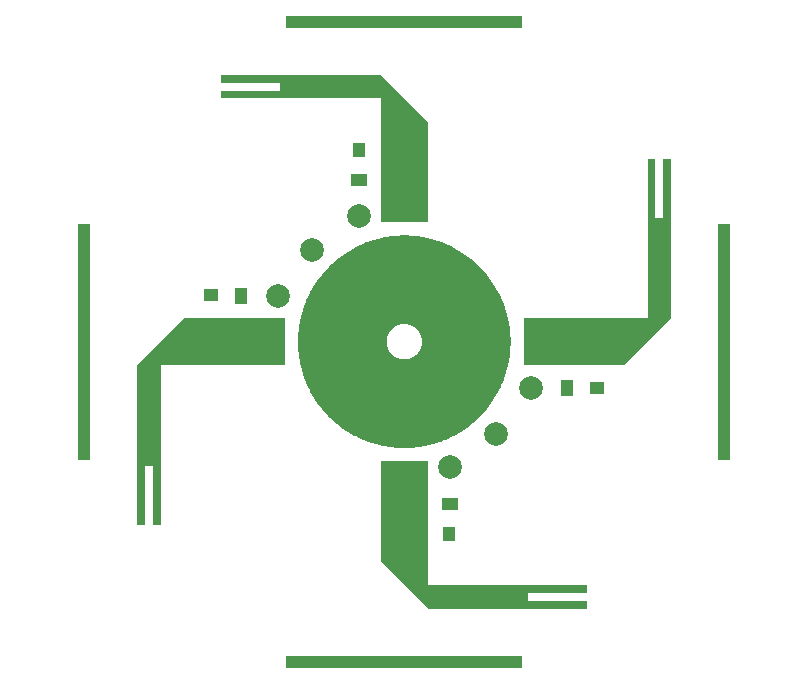
<source format=gbr>
G04 ===== Begin FILE IDENTIFICATION =====*
G04 File Format:  Gerber RS274X*
G04 ===== End FILE IDENTIFICATION =====*
%FSLAX24Y24*%
%MOMM*%
%SFA1.0000B1.0000*%
%OFA0.0B0.0*%
%ADD14R,1.000001X20.000001*%
%ADD15R,20.000001X1.000001*%
%ADD16R,1.300000X1.000001*%
%ADD17R,0.999998X1.400000*%
%ADD18C,2.000001*%
%ADD19R,0.999998X1.300000*%
%ADD20R,1.400002X1.000001*%
%LNTOP_CORRECTED*%
%IPPOS*%
%LPD*%
G75*
D14*
X271000Y0D03*
X-271000Y0D03*
D15*
X0Y-271000D03*
X0Y271000D03*
G36*
G01X219333Y155000D02*
G01Y105000D01*
G01X212667D01*
G01Y155000D01*
G01X206000D01*
G01Y20000D01*
G01X101000D01*
G01Y-20000D01*
G01X186000D01*
G01X226000Y20000D01*
G01Y155000D01*
G01X219333D01*
G37*
G36*
G01X-219333Y-155000D02*
G01Y-105000D01*
G01X-212667D01*
G01Y-155000D01*
G01X-206000D01*
G01Y-20000D01*
G01X-101000D01*
G01Y20000D01*
G01X-186000D01*
G01X-226000Y-20000D01*
G01Y-155000D01*
G01X-219333D01*
G37*
G36*
G01X-90000Y0D02*
G01X-89986Y-1571D01*
G01X-89945Y-3141D01*
G01X-89877Y-4710D01*
G01X-89781Y-6278D01*
G01X-89658Y-7844D01*
G01X-89507Y-9408D01*
G01X-89329Y-10968D01*
G01X-89124Y-12526D01*
G01X-88892Y-14079D01*
G01X-88633Y-15628D01*
G01X-88346Y-17173D01*
G01X-88033Y-18712D01*
G01X-87693Y-20246D01*
G01X-87327Y-21773D01*
G01X-86933Y-23294D01*
G01X-86514Y-24807D01*
G01X-86067Y-26313D01*
G01X-85595Y-27812D01*
G01X-85097Y-29301D01*
G01X-84572Y-30782D01*
G01X-84022Y-32253D01*
G01X-83447Y-33715D01*
G01X-82845Y-35166D01*
G01X-82219Y-36606D01*
G01X-81568Y-38036D01*
G01X-80891Y-39453D01*
G01X-80191Y-40859D01*
G01X-79465Y-42252D01*
G01X-78716Y-43633D01*
G01X-77942Y-45000D01*
G01X-77145Y-46353D01*
G01X-76324Y-47693D01*
G01X-75480Y-49018D01*
G01X-74613Y-50327D01*
G01X-73724Y-51622D01*
G01X-72812Y-52901D01*
G01X-71877Y-54163D01*
G01X-70921Y-55410D01*
G01X-69943Y-56639D01*
G01X-68944Y-57851D01*
G01X-67924Y-59045D01*
G01X-66883Y-60222D01*
G01X-65822Y-61380D01*
G01X-64741Y-62519D01*
G01X-63640Y-63640D01*
G01X-62519Y-64741D01*
G01X-61380Y-65822D01*
G01X-60222Y-66883D01*
G01X-59045Y-67924D01*
G01X-57851Y-68944D01*
G01X-56639Y-69943D01*
G01X-55410Y-70921D01*
G01X-54163Y-71877D01*
G01X-52901Y-72812D01*
G01X-51622Y-73724D01*
G01X-50327Y-74613D01*
G01X-49018Y-75480D01*
G01X-47693Y-76324D01*
G01X-46353Y-77145D01*
G01X-45000Y-77942D01*
G01X-43633Y-78716D01*
G01X-42252Y-79465D01*
G01X-40859Y-80191D01*
G01X-39453Y-80891D01*
G01X-38036Y-81568D01*
G01X-36606Y-82219D01*
G01X-35166Y-82845D01*
G01X-33715Y-83447D01*
G01X-32253Y-84022D01*
G01X-30782Y-84572D01*
G01X-29301Y-85097D01*
G01X-27812Y-85595D01*
G01X-26313Y-86067D01*
G01X-24807Y-86514D01*
G01X-23294Y-86933D01*
G01X-21773Y-87327D01*
G01X-20246Y-87693D01*
G01X-18712Y-88033D01*
G01X-17173Y-88346D01*
G01X-15628Y-88633D01*
G01X-14079Y-88892D01*
G01X-12526Y-89124D01*
G01X-10968Y-89329D01*
G01X-9408Y-89507D01*
G01X-7844Y-89658D01*
G01X-6278Y-89781D01*
G01X-4710Y-89877D01*
G01X-3141Y-89945D01*
G01X-1571Y-89986D01*
G01X0Y-90000D01*
G01X1571Y-89986D01*
G01X3141Y-89945D01*
G01X4710Y-89877D01*
G01X6278Y-89781D01*
G01X7844Y-89658D01*
G01X9408Y-89507D01*
G01X10968Y-89329D01*
G01X12526Y-89124D01*
G01X14079Y-88892D01*
G01X15628Y-88633D01*
G01X17173Y-88346D01*
G01X18712Y-88033D01*
G01X20246Y-87693D01*
G01X21773Y-87327D01*
G01X23294Y-86933D01*
G01X24807Y-86514D01*
G01X26313Y-86067D01*
G01X27812Y-85595D01*
G01X29301Y-85097D01*
G01X30782Y-84572D01*
G01X32253Y-84022D01*
G01X33715Y-83447D01*
G01X35166Y-82845D01*
G01X36606Y-82219D01*
G01X38036Y-81568D01*
G01X39453Y-80891D01*
G01X40859Y-80191D01*
G01X42252Y-79465D01*
G01X43633Y-78716D01*
G01X45000Y-77942D01*
G01X46353Y-77145D01*
G01X47693Y-76324D01*
G01X49018Y-75480D01*
G01X50327Y-74613D01*
G01X51622Y-73724D01*
G01X52901Y-72812D01*
G01X54163Y-71877D01*
G01X55410Y-70921D01*
G01X56639Y-69943D01*
G01X57851Y-68944D01*
G01X59045Y-67924D01*
G01X60222Y-66883D01*
G01X61380Y-65822D01*
G01X62519Y-64741D01*
G01X63640Y-63640D01*
G01X64741Y-62519D01*
G01X65822Y-61380D01*
G01X66883Y-60222D01*
G01X67924Y-59045D01*
G01X68944Y-57851D01*
G01X69943Y-56639D01*
G01X70921Y-55410D01*
G01X71877Y-54163D01*
G01X72812Y-52901D01*
G01X73724Y-51622D01*
G01X74613Y-50327D01*
G01X75480Y-49018D01*
G01X76324Y-47693D01*
G01X77145Y-46353D01*
G01X77942Y-45000D01*
G01X78716Y-43633D01*
G01X79465Y-42252D01*
G01X80191Y-40859D01*
G01X80891Y-39453D01*
G01X81568Y-38036D01*
G01X82219Y-36606D01*
G01X82845Y-35166D01*
G01X83447Y-33715D01*
G01X84022Y-32253D01*
G01X84572Y-30782D01*
G01X85097Y-29301D01*
G01X85595Y-27812D01*
G01X86067Y-26313D01*
G01X86514Y-24807D01*
G01X86933Y-23294D01*
G01X87327Y-21773D01*
G01X87693Y-20246D01*
G01X88033Y-18712D01*
G01X88346Y-17173D01*
G01X88633Y-15628D01*
G01X88892Y-14079D01*
G01X89124Y-12526D01*
G01X89329Y-10968D01*
G01X89507Y-9408D01*
G01X89658Y-7844D01*
G01X89781Y-6278D01*
G01X89877Y-4710D01*
G01X89945Y-3141D01*
G01X89986Y-1571D01*
G01X90000Y0D01*
G01X89986Y1571D01*
G01X89945Y3141D01*
G01X89877Y4710D01*
G01X89781Y6278D01*
G01X89658Y7844D01*
G01X89507Y9408D01*
G01X89329Y10968D01*
G01X89124Y12526D01*
G01X88892Y14079D01*
G01X88633Y15628D01*
G01X88346Y17173D01*
G01X88033Y18712D01*
G01X87693Y20246D01*
G01X87327Y21773D01*
G01X86933Y23294D01*
G01X86514Y24807D01*
G01X86067Y26313D01*
G01X85595Y27812D01*
G01X85097Y29301D01*
G01X84572Y30782D01*
G01X84022Y32253D01*
G01X83447Y33715D01*
G01X82845Y35166D01*
G01X82219Y36606D01*
G01X81568Y38036D01*
G01X80891Y39453D01*
G01X80191Y40859D01*
G01X79465Y42252D01*
G01X78716Y43633D01*
G01X77942Y45000D01*
G01X77145Y46353D01*
G01X76324Y47693D01*
G01X75480Y49018D01*
G01X74613Y50327D01*
G01X73724Y51622D01*
G01X72812Y52901D01*
G01X71877Y54163D01*
G01X70921Y55410D01*
G01X69943Y56639D01*
G01X68944Y57851D01*
G01X67924Y59045D01*
G01X66883Y60222D01*
G01X65822Y61380D01*
G01X64741Y62519D01*
G01X63640Y63640D01*
G01X62519Y64741D01*
G01X61380Y65822D01*
G01X60222Y66883D01*
G01X59045Y67924D01*
G01X57851Y68944D01*
G01X56639Y69943D01*
G01X55410Y70921D01*
G01X54163Y71877D01*
G01X52901Y72812D01*
G01X51622Y73724D01*
G01X50327Y74613D01*
G01X49018Y75480D01*
G01X47693Y76324D01*
G01X46353Y77145D01*
G01X45000Y77942D01*
G01X43633Y78716D01*
G01X42252Y79465D01*
G01X40859Y80191D01*
G01X39453Y80891D01*
G01X38036Y81568D01*
G01X36606Y82219D01*
G01X35166Y82845D01*
G01X33715Y83447D01*
G01X32253Y84022D01*
G01X30782Y84572D01*
G01X29301Y85097D01*
G01X27812Y85595D01*
G01X26313Y86067D01*
G01X24807Y86514D01*
G01X23294Y86933D01*
G01X21773Y87327D01*
G01X20246Y87693D01*
G01X18712Y88033D01*
G01X17173Y88346D01*
G01X15628Y88633D01*
G01X14079Y88892D01*
G01X12526Y89124D01*
G01X10968Y89329D01*
G01X9408Y89507D01*
G01X7844Y89658D01*
G01X6278Y89781D01*
G01X4710Y89877D01*
G01X3141Y89945D01*
G01X1571Y89986D01*
G01X0Y90000D01*
G01Y15000D01*
G01X262Y14998D01*
G01X523Y14991D01*
G01X785Y14979D01*
G01X1046Y14963D01*
G01X1307Y14943D01*
G01X1568Y14918D01*
G01X1828Y14888D01*
G01X2088Y14854D01*
G01X2347Y14815D01*
G01X2605Y14772D01*
G01X2862Y14724D01*
G01X3119Y14672D01*
G01X3374Y14616D01*
G01X3629Y14554D01*
G01X3882Y14489D01*
G01X4135Y14419D01*
G01X4386Y14345D01*
G01X4635Y14266D01*
G01X4884Y14183D01*
G01X5130Y14095D01*
G01X5376Y14004D01*
G01X5619Y13908D01*
G01X5861Y13808D01*
G01X6101Y13703D01*
G01X6339Y13595D01*
G01X6576Y13482D01*
G01X6810Y13365D01*
G01X7042Y13244D01*
G01X7272Y13119D01*
G01X7500Y12990D01*
G01X7726Y12858D01*
G01X7949Y12721D01*
G01X8170Y12580D01*
G01X8388Y12436D01*
G01X8604Y12287D01*
G01X8817Y12135D01*
G01X9027Y11980D01*
G01X9235Y11820D01*
G01X9440Y11657D01*
G01X9642Y11491D01*
G01X9841Y11321D01*
G01X10037Y11147D01*
G01X10230Y10970D01*
G01X10420Y10790D01*
G01X10607Y10607D01*
G01X10790Y10420D01*
G01X10970Y10230D01*
G01X11147Y10037D01*
G01X11321Y9841D01*
G01X11491Y9642D01*
G01X11657Y9440D01*
G01X11820Y9235D01*
G01X11980Y9027D01*
G01X12135Y8817D01*
G01X12287Y8604D01*
G01X12436Y8388D01*
G01X12580Y8170D01*
G01X12721Y7949D01*
G01X12858Y7726D01*
G01X12990Y7500D01*
G01X13119Y7272D01*
G01X13244Y7042D01*
G01X13365Y6810D01*
G01X13482Y6576D01*
G01X13595Y6339D01*
G01X13703Y6101D01*
G01X13808Y5861D01*
G01X13908Y5619D01*
G01X14004Y5376D01*
G01X14095Y5130D01*
G01X14183Y4884D01*
G01X14266Y4635D01*
G01X14345Y4386D01*
G01X14419Y4135D01*
G01X14489Y3882D01*
G01X14554Y3629D01*
G01X14616Y3374D01*
G01X14672Y3119D01*
G01X14724Y2862D01*
G01X14772Y2605D01*
G01X14815Y2347D01*
G01X14854Y2088D01*
G01X14888Y1828D01*
G01X14918Y1568D01*
G01X14943Y1307D01*
G01X14963Y1046D01*
G01X14979Y785D01*
G01X14991Y523D01*
G01X14998Y262D01*
G01X15000Y0D01*
G01X14998Y-262D01*
G01X14991Y-523D01*
G01X14979Y-785D01*
G01X14963Y-1046D01*
G01X14943Y-1307D01*
G01X14918Y-1568D01*
G01X14888Y-1828D01*
G01X14854Y-2088D01*
G01X14815Y-2347D01*
G01X14772Y-2605D01*
G01X14724Y-2862D01*
G01X14672Y-3119D01*
G01X14616Y-3374D01*
G01X14554Y-3629D01*
G01X14489Y-3882D01*
G01X14419Y-4135D01*
G01X14345Y-4386D01*
G01X14266Y-4635D01*
G01X14183Y-4884D01*
G01X14095Y-5130D01*
G01X14004Y-5376D01*
G01X13908Y-5619D01*
G01X13808Y-5861D01*
G01X13703Y-6101D01*
G01X13595Y-6339D01*
G01X13482Y-6576D01*
G01X13365Y-6810D01*
G01X13244Y-7042D01*
G01X13119Y-7272D01*
G01X12990Y-7500D01*
G01X12858Y-7726D01*
G01X12721Y-7949D01*
G01X12580Y-8170D01*
G01X12436Y-8388D01*
G01X12287Y-8604D01*
G01X12135Y-8817D01*
G01X11980Y-9027D01*
G01X11820Y-9235D01*
G01X11657Y-9440D01*
G01X11491Y-9642D01*
G01X11321Y-9841D01*
G01X11147Y-10037D01*
G01X10970Y-10230D01*
G01X10790Y-10420D01*
G01X10607Y-10607D01*
G01X10420Y-10790D01*
G01X10230Y-10970D01*
G01X10037Y-11147D01*
G01X9841Y-11321D01*
G01X9642Y-11491D01*
G01X9440Y-11657D01*
G01X9235Y-11820D01*
G01X9027Y-11980D01*
G01X8817Y-12135D01*
G01X8604Y-12287D01*
G01X8388Y-12436D01*
G01X8170Y-12580D01*
G01X7949Y-12721D01*
G01X7726Y-12858D01*
G01X7500Y-12990D01*
G01X7272Y-13119D01*
G01X7042Y-13244D01*
G01X6810Y-13365D01*
G01X6576Y-13482D01*
G01X6339Y-13595D01*
G01X6101Y-13703D01*
G01X5861Y-13808D01*
G01X5619Y-13908D01*
G01X5376Y-14004D01*
G01X5130Y-14095D01*
G01X4884Y-14183D01*
G01X4635Y-14266D01*
G01X4386Y-14345D01*
G01X4135Y-14419D01*
G01X3882Y-14489D01*
G01X3629Y-14554D01*
G01X3374Y-14616D01*
G01X3119Y-14672D01*
G01X2862Y-14724D01*
G01X2605Y-14772D01*
G01X2347Y-14815D01*
G01X2088Y-14854D01*
G01X1828Y-14888D01*
G01X1568Y-14918D01*
G01X1307Y-14943D01*
G01X1046Y-14963D01*
G01X785Y-14979D01*
G01X523Y-14991D01*
G01X262Y-14998D01*
G01X0Y-15000D01*
G01X-262Y-14998D01*
G01X-523Y-14991D01*
G01X-785Y-14979D01*
G01X-1046Y-14963D01*
G01X-1307Y-14943D01*
G01X-1568Y-14918D01*
G01X-1828Y-14888D01*
G01X-2088Y-14854D01*
G01X-2347Y-14815D01*
G01X-2605Y-14772D01*
G01X-2862Y-14724D01*
G01X-3119Y-14672D01*
G01X-3374Y-14616D01*
G01X-3629Y-14554D01*
G01X-3882Y-14489D01*
G01X-4135Y-14419D01*
G01X-4386Y-14345D01*
G01X-4635Y-14266D01*
G01X-4884Y-14183D01*
G01X-5130Y-14095D01*
G01X-5376Y-14004D01*
G01X-5619Y-13908D01*
G01X-5861Y-13808D01*
G01X-6101Y-13703D01*
G01X-6339Y-13595D01*
G01X-6576Y-13482D01*
G01X-6810Y-13365D01*
G01X-7042Y-13244D01*
G01X-7272Y-13119D01*
G01X-7500Y-12990D01*
G01X-7726Y-12858D01*
G01X-7949Y-12721D01*
G01X-8170Y-12580D01*
G01X-8388Y-12436D01*
G01X-8604Y-12287D01*
G01X-8817Y-12135D01*
G01X-9027Y-11980D01*
G01X-9235Y-11820D01*
G01X-9440Y-11657D01*
G01X-9642Y-11491D01*
G01X-9841Y-11321D01*
G01X-10037Y-11147D01*
G01X-10230Y-10970D01*
G01X-10420Y-10790D01*
G01X-10607Y-10607D01*
G01X-10790Y-10420D01*
G01X-10970Y-10230D01*
G01X-11147Y-10037D01*
G01X-11321Y-9841D01*
G01X-11491Y-9642D01*
G01X-11657Y-9440D01*
G01X-11820Y-9235D01*
G01X-11980Y-9027D01*
G01X-12135Y-8817D01*
G01X-12287Y-8604D01*
G01X-12436Y-8388D01*
G01X-12580Y-8170D01*
G01X-12721Y-7949D01*
G01X-12858Y-7726D01*
G01X-12990Y-7500D01*
G01X-13119Y-7272D01*
G01X-13244Y-7042D01*
G01X-13365Y-6810D01*
G01X-13482Y-6576D01*
G01X-13595Y-6339D01*
G01X-13703Y-6101D01*
G01X-13808Y-5861D01*
G01X-13908Y-5619D01*
G01X-14004Y-5376D01*
G01X-14095Y-5130D01*
G01X-14183Y-4884D01*
G01X-14266Y-4635D01*
G01X-14345Y-4386D01*
G01X-14419Y-4135D01*
G01X-14489Y-3882D01*
G01X-14554Y-3629D01*
G01X-14616Y-3374D01*
G01X-14672Y-3119D01*
G01X-14724Y-2862D01*
G01X-14772Y-2605D01*
G01X-14815Y-2347D01*
G01X-14854Y-2088D01*
G01X-14888Y-1828D01*
G01X-14918Y-1568D01*
G01X-14943Y-1307D01*
G01X-14963Y-1046D01*
G01X-14979Y-785D01*
G01X-14991Y-523D01*
G01X-14998Y-262D01*
G01X-15000Y0D01*
G01X-14998Y262D01*
G01X-14991Y523D01*
G01X-14979Y785D01*
G01X-14963Y1046D01*
G01X-14943Y1307D01*
G01X-14918Y1568D01*
G01X-14888Y1828D01*
G01X-14854Y2088D01*
G01X-14815Y2347D01*
G01X-14772Y2605D01*
G01X-14724Y2862D01*
G01X-14672Y3119D01*
G01X-14616Y3374D01*
G01X-14554Y3629D01*
G01X-14489Y3882D01*
G01X-14419Y4135D01*
G01X-14345Y4386D01*
G01X-14266Y4635D01*
G01X-14183Y4884D01*
G01X-14095Y5130D01*
G01X-14004Y5376D01*
G01X-13908Y5619D01*
G01X-13808Y5861D01*
G01X-13703Y6101D01*
G01X-13595Y6339D01*
G01X-13482Y6576D01*
G01X-13365Y6810D01*
G01X-13244Y7042D01*
G01X-13119Y7272D01*
G01X-12990Y7500D01*
G01X-12858Y7726D01*
G01X-12721Y7949D01*
G01X-12580Y8170D01*
G01X-12436Y8388D01*
G01X-12287Y8604D01*
G01X-12135Y8817D01*
G01X-11980Y9027D01*
G01X-11820Y9235D01*
G01X-11657Y9440D01*
G01X-11491Y9642D01*
G01X-11321Y9841D01*
G01X-11147Y10037D01*
G01X-10970Y10230D01*
G01X-10790Y10420D01*
G01X-10607Y10607D01*
G01X-10420Y10790D01*
G01X-10230Y10970D01*
G01X-10037Y11147D01*
G01X-9841Y11321D01*
G01X-9642Y11491D01*
G01X-9440Y11657D01*
G01X-9235Y11820D01*
G01X-9027Y11980D01*
G01X-8817Y12135D01*
G01X-8604Y12287D01*
G01X-8388Y12436D01*
G01X-8170Y12580D01*
G01X-7949Y12721D01*
G01X-7726Y12858D01*
G01X-7500Y12990D01*
G01X-7272Y13119D01*
G01X-7042Y13244D01*
G01X-6810Y13365D01*
G01X-6576Y13482D01*
G01X-6339Y13595D01*
G01X-6101Y13703D01*
G01X-5861Y13808D01*
G01X-5619Y13908D01*
G01X-5376Y14004D01*
G01X-5130Y14095D01*
G01X-4884Y14183D01*
G01X-4635Y14266D01*
G01X-4386Y14345D01*
G01X-4135Y14419D01*
G01X-3882Y14489D01*
G01X-3629Y14554D01*
G01X-3374Y14616D01*
G01X-3119Y14672D01*
G01X-2862Y14724D01*
G01X-2605Y14772D01*
G01X-2347Y14815D01*
G01X-2088Y14854D01*
G01X-1828Y14888D01*
G01X-1568Y14918D01*
G01X-1307Y14943D01*
G01X-1046Y14963D01*
G01X-785Y14979D01*
G01X-523Y14991D01*
G01X-262Y14998D01*
G01X0Y15000D01*
G01Y90000D01*
G01X-1571Y89986D01*
G01X-3141Y89945D01*
G01X-4710Y89877D01*
G01X-6278Y89781D01*
G01X-7844Y89658D01*
G01X-9408Y89507D01*
G01X-10968Y89329D01*
G01X-12526Y89124D01*
G01X-14079Y88892D01*
G01X-15628Y88633D01*
G01X-17173Y88346D01*
G01X-18712Y88033D01*
G01X-20246Y87693D01*
G01X-21773Y87327D01*
G01X-23294Y86933D01*
G01X-24807Y86514D01*
G01X-26313Y86067D01*
G01X-27812Y85595D01*
G01X-29301Y85097D01*
G01X-30782Y84572D01*
G01X-32253Y84022D01*
G01X-33715Y83447D01*
G01X-35166Y82845D01*
G01X-36606Y82219D01*
G01X-38036Y81568D01*
G01X-39453Y80891D01*
G01X-40859Y80191D01*
G01X-42252Y79465D01*
G01X-43633Y78716D01*
G01X-45000Y77942D01*
G01X-46353Y77145D01*
G01X-47693Y76324D01*
G01X-49018Y75480D01*
G01X-50327Y74613D01*
G01X-51622Y73724D01*
G01X-52901Y72812D01*
G01X-54163Y71877D01*
G01X-55410Y70921D01*
G01X-56639Y69943D01*
G01X-57851Y68944D01*
G01X-59045Y67924D01*
G01X-60222Y66883D01*
G01X-61380Y65822D01*
G01X-62519Y64741D01*
G01X-63640Y63640D01*
G01X-64741Y62519D01*
G01X-65822Y61380D01*
G01X-66883Y60222D01*
G01X-67924Y59045D01*
G01X-68944Y57851D01*
G01X-69943Y56639D01*
G01X-70921Y55410D01*
G01X-71877Y54163D01*
G01X-72812Y52901D01*
G01X-73724Y51622D01*
G01X-74613Y50327D01*
G01X-75480Y49018D01*
G01X-76324Y47693D01*
G01X-77145Y46353D01*
G01X-77942Y45000D01*
G01X-78716Y43633D01*
G01X-79465Y42252D01*
G01X-80191Y40859D01*
G01X-80891Y39453D01*
G01X-81568Y38036D01*
G01X-82219Y36606D01*
G01X-82845Y35166D01*
G01X-83447Y33715D01*
G01X-84022Y32253D01*
G01X-84572Y30782D01*
G01X-85097Y29301D01*
G01X-85595Y27812D01*
G01X-86067Y26313D01*
G01X-86514Y24807D01*
G01X-86933Y23294D01*
G01X-87327Y21773D01*
G01X-87693Y20246D01*
G01X-88033Y18712D01*
G01X-88346Y17173D01*
G01X-88633Y15628D01*
G01X-88892Y14079D01*
G01X-89124Y12526D01*
G01X-89329Y10968D01*
G01X-89507Y9408D01*
G01X-89658Y7844D01*
G01X-89781Y6278D01*
G01X-89877Y4710D01*
G01X-89945Y3141D01*
G01X-89986Y1571D01*
G01X-90000Y0D01*
G37*
G36*
G01X155000Y-219333D02*
G01X105000D01*
G01Y-212667D01*
G01X155000D01*
G01Y-206000D01*
G01X20000D01*
G01Y-101000D01*
G01X-20000D01*
G01Y-186000D01*
G01X20000Y-226000D01*
G01X155000D01*
G01Y-219333D01*
G37*
G36*
G01X-155000Y219333D02*
G01X-105000D01*
G01Y212667D01*
G01X-155000D01*
G01Y206000D01*
G01X-20000D01*
G01Y101000D01*
G01X20000D01*
G01Y186000D01*
G01X-20000Y226000D01*
G01X-155000D01*
G01Y219333D01*
G37*
D16*
X163441Y-39515D03*
D17*
X137941Y-39015D03*
D18*
X107000Y-39000D03*
D19*
X38000Y-162500D03*
D20*
X38500Y-137000D03*
D18*
X38515Y-106059D03*
X78000Y-78000D03*
D16*
X-163441Y39515D03*
D17*
X-137941Y39015D03*
D18*
X-107000Y39000D03*
D19*
X-38000Y162500D03*
D20*
X-38500Y137000D03*
D18*
X-38515Y106059D03*
X-78000Y78000D03*
M02*


</source>
